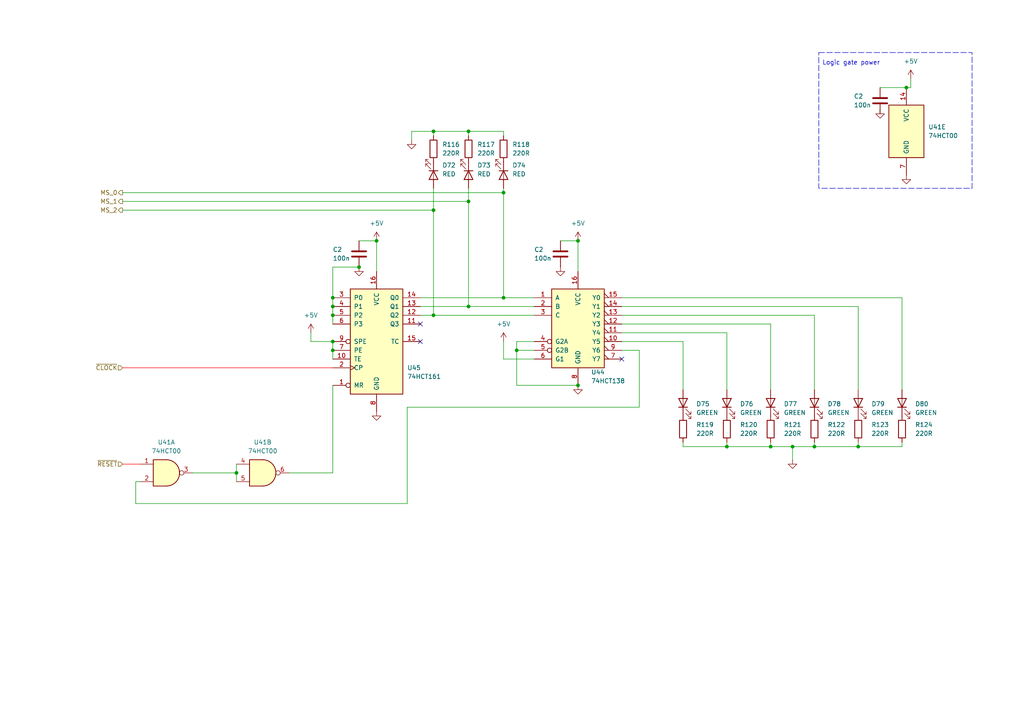
<source format=kicad_sch>
(kicad_sch (version 20230121) (generator eeschema)
  (paper "A4")
  (title_block (title "8-bit CPU") (date "2023-11-28") (rev "1.0") (company "TBR Designs"))
  (lib_symbols
    (symbol "01_my_library:74HCT138" (pin_names (offset 1.016))
      (property "Reference" "U" (at -6.35 12.7 0))
      (property "Value" "74HCT138" (at 8.89 -12.7 0))
      (symbol "74HCT138_0_1"
        (rectangle (start -7.62 11.43) (end 7.62 -11.43) (stroke (width 0.254)) (fill (type background)))
      )
      (symbol "74HCT138_1_1"
        (pin input line (at -12.7 8.89 0) (length 5.08) (name "A") (number "1"))
        (pin output output_low (at 12.7 -3.81 180) (length 5.08) (name "Y5") (number "10"))
        (pin output output_low (at 12.7 -1.27 180) (length 5.08) (name "Y4") (number "11"))
        (pin output output_low (at 12.7 1.27 180) (length 5.08) (name "Y3") (number "12"))
        (pin output output_low (at 12.7 3.81 180) (length 5.08) (name "Y2") (number "13"))
        (pin output output_low (at 12.7 6.35 180) (length 5.08) (name "Y1") (number "14"))
        (pin output output_low (at 12.7 8.89 180) (length 5.08) (name "Y0") (number "15"))
        (pin power_in line (at 0 16.51 270) (length 5.08) (name "VCC") (number "16"))
        (pin input line (at -12.7 6.35 0) (length 5.08) (name "B") (number "2"))
        (pin input line (at -12.7 3.81 0) (length 5.08) (name "C") (number "3"))
        (pin input inverted (at -12.7 -3.81 0) (length 5.08) (name "G2A") (number "4"))
        (pin input inverted (at -12.7 -6.35 0) (length 5.08) (name "G2B") (number "5"))
        (pin input line (at -12.7 -8.89 0) (length 5.08) (name "G1") (number "6"))
        (pin output output_low (at 12.7 -8.89 180) (length 5.08) (name "Y7") (number "7"))
        (pin power_in line (at 0 -16.51 90) (length 5.08) (name "GND") (number "8"))
        (pin output output_low (at 12.7 -6.35 180) (length 5.08) (name "Y6") (number "9"))
      )
    )
    (symbol "01_my_library:74HCT161" (pin_names (offset 1.016))
      (property "Reference" "U" (at -7.62 16.51 0))
      (property "Value" "74HCT161" (at -6.35 -16.51 0))
      (symbol "74HCT161_1_0"
        (pin input inverted (at -12.7 -12.7 0) (length 5.08) (name "MR") (number "1"))
        (pin input line (at -12.7 -5.08 0) (length 5.08) (name "TE") (number "10"))
        (pin output line (at 12.7 5.08 180) (length 5.08) (name "Q3") (number "11"))
        (pin output line (at 12.7 7.62 180) (length 5.08) (name "Q2") (number "12"))
        (pin output line (at 12.7 10.16 180) (length 5.08) (name "Q1") (number "13"))
        (pin output line (at 12.7 12.7 180) (length 5.08) (name "Q0") (number "14"))
        (pin output line (at 12.7 0 180) (length 5.08) (name "TC") (number "15"))
        (pin power_in line (at 0 20.32 270) (length 5.08) (name "VCC") (number "16"))
        (pin input clock (at -12.7 -7.62 0) (length 5.08) (name "CP") (number "2"))
        (pin input line (at -12.7 12.7 0) (length 5.08) (name "P0") (number "3"))
        (pin input line (at -12.7 10.16 0) (length 5.08) (name "P1") (number "4"))
        (pin input line (at -12.7 7.62 0) (length 5.08) (name "P2") (number "5"))
        (pin input line (at -12.7 5.08 0) (length 5.08) (name "P3") (number "6"))
        (pin input line (at -12.7 -2.54 0) (length 5.08) (name "PE") (number "7"))
        (pin power_in line (at 0 -20.32 90) (length 5.08) (name "GND") (number "8"))
        (pin input inverted (at -12.7 0 0) (length 5.08) (name "SPE") (number "9"))
      )
      (symbol "74HCT161_1_1"
        (rectangle (start -7.62 15.24) (end 7.62 -15.24) (stroke (width 0.254)) (fill (type background)))
      )
    )
    (symbol "74xx:74HCT00" (pin_names (offset 1.016))
      (property "Reference" "U" (at 0 1.27 0))
      (property "Value" "74HCT00" (at 0 -1.27 0))
      (symbol "74HCT00_1_1"
        (arc (start 0 -3.81) (mid 3.7934 0) (end 0 3.81) (stroke (width 0.254)) (fill (type background)))
        (polyline (pts (xy 0 3.81) (xy -3.81 3.81) (xy -3.81 -3.81) (xy 0 -3.81)) (stroke (width 0.254)) (fill (type background)))
        (pin input line (at -7.62 2.54 0) (length 3.81) (name "~") (number "1"))
        (pin input line (at -7.62 -2.54 0) (length 3.81) (name "~") (number "2"))
        (pin output inverted (at 7.62 0 180) (length 3.81) (name "~") (number "3"))
      )
      (symbol "74HCT00_1_2"
        (arc (start -3.81 -3.81) (mid -2.589 0) (end -3.81 3.81) (stroke (width 0.254)))
        (arc (start -0.6096 -3.81) (mid 2.1842 -2.5851) (end 3.81 0) (stroke (width 0.254)) (fill (type background)))
        (polyline (pts (xy -3.81 -3.81) (xy -0.635 -3.81)) (stroke (width 0.254)) (fill (type background)))
        (polyline (pts (xy -3.81 3.81) (xy -0.635 3.81)) (stroke (width 0.254)) (fill (type background)))
        (polyline (pts (xy -0.635 3.81) (xy -3.81 3.81) (xy -3.81 3.81) (xy -3.556 3.4036) (xy -3.0226 2.2606) (xy -2.6924 1.0414) (xy -2.6162 -0.254) (xy -2.7686 -1.4986) (xy -3.175 -2.7178) (xy -3.81 -3.81) (xy -3.81 -3.81) (xy -0.635 -3.81)) (stroke (width -25.4)) (fill (type background)))
        (arc (start 3.81 0) (mid 2.1915 2.5936) (end -0.6096 3.81) (stroke (width 0.254)) (fill (type background)))
        (pin input inverted (at -7.62 2.54 0) (length 4.318) (name "~") (number "1"))
        (pin input inverted (at -7.62 -2.54 0) (length 4.318) (name "~") (number "2"))
        (pin output line (at 7.62 0 180) (length 3.81) (name "~") (number "3"))
      )
      (symbol "74HCT00_2_1"
        (arc (start 0 -3.81) (mid 3.7934 0) (end 0 3.81) (stroke (width 0.254)) (fill (type background)))
        (polyline (pts (xy 0 3.81) (xy -3.81 3.81) (xy -3.81 -3.81) (xy 0 -3.81)) (stroke (width 0.254)) (fill (type background)))
        (pin input line (at -7.62 2.54 0) (length 3.81) (name "~") (number "4"))
        (pin input line (at -7.62 -2.54 0) (length 3.81) (name "~") (number "5"))
        (pin output inverted (at 7.62 0 180) (length 3.81) (name "~") (number "6"))
      )
      (symbol "74HCT00_2_2"
        (arc (start -3.81 -3.81) (mid -2.589 0) (end -3.81 3.81) (stroke (width 0.254)))
        (arc (start -0.6096 -3.81) (mid 2.1842 -2.5851) (end 3.81 0) (stroke (width 0.254)) (fill (type background)))
        (polyline (pts (xy -3.81 -3.81) (xy -0.635 -3.81)) (stroke (width 0.254)) (fill (type background)))
        (polyline (pts (xy -3.81 3.81) (xy -0.635 3.81)) (stroke (width 0.254)) (fill (type background)))
        (polyline (pts (xy -0.635 3.81) (xy -3.81 3.81) (xy -3.81 3.81) (xy -3.556 3.4036) (xy -3.0226 2.2606) (xy -2.6924 1.0414) (xy -2.6162 -0.254) (xy -2.7686 -1.4986) (xy -3.175 -2.7178) (xy -3.81 -3.81) (xy -3.81 -3.81) (xy -0.635 -3.81)) (stroke (width -25.4)) (fill (type background)))
        (arc (start 3.81 0) (mid 2.1915 2.5936) (end -0.6096 3.81) (stroke (width 0.254)) (fill (type background)))
        (pin input inverted (at -7.62 2.54 0) (length 4.318) (name "~") (number "4"))
        (pin input inverted (at -7.62 -2.54 0) (length 4.318) (name "~") (number "5"))
        (pin output line (at 7.62 0 180) (length 3.81) (name "~") (number "6"))
      )
      (symbol "74HCT00_3_1"
        (arc (start 0 -3.81) (mid 3.7934 0) (end 0 3.81) (stroke (width 0.254)) (fill (type background)))
        (polyline (pts (xy 0 3.81) (xy -3.81 3.81) (xy -3.81 -3.81) (xy 0 -3.81)) (stroke (width 0.254)) (fill (type background)))
        (pin input line (at -7.62 -2.54 0) (length 3.81) (name "~") (number "10"))
        (pin output inverted (at 7.62 0 180) (length 3.81) (name "~") (number "8"))
        (pin input line (at -7.62 2.54 0) (length 3.81) (name "~") (number "9"))
      )
      (symbol "74HCT00_3_2"
        (arc (start -3.81 -3.81) (mid -2.589 0) (end -3.81 3.81) (stroke (width 0.254)))
        (arc (start -0.6096 -3.81) (mid 2.1842 -2.5851) (end 3.81 0) (stroke (width 0.254)) (fill (type background)))
        (polyline (pts (xy -3.81 -3.81) (xy -0.635 -3.81)) (stroke (width 0.254)) (fill (type background)))
        (polyline (pts (xy -3.81 3.81) (xy -0.635 3.81)) (stroke (width 0.254)) (fill (type background)))
        (polyline (pts (xy -0.635 3.81) (xy -3.81 3.81) (xy -3.81 3.81) (xy -3.556 3.4036) (xy -3.0226 2.2606) (xy -2.6924 1.0414) (xy -2.6162 -0.254) (xy -2.7686 -1.4986) (xy -3.175 -2.7178) (xy -3.81 -3.81) (xy -3.81 -3.81) (xy -0.635 -3.81)) (stroke (width -25.4)) (fill (type background)))
        (arc (start 3.81 0) (mid 2.1915 2.5936) (end -0.6096 3.81) (stroke (width 0.254)) (fill (type background)))
        (pin input inverted (at -7.62 -2.54 0) (length 4.318) (name "~") (number "10"))
        (pin output line (at 7.62 0 180) (length 3.81) (name "~") (number "8"))
        (pin input inverted (at -7.62 2.54 0) (length 4.318) (name "~") (number "9"))
      )
      (symbol "74HCT00_4_1"
        (arc (start 0 -3.81) (mid 3.7934 0) (end 0 3.81) (stroke (width 0.254)) (fill (type background)))
        (polyline (pts (xy 0 3.81) (xy -3.81 3.81) (xy -3.81 -3.81) (xy 0 -3.81)) (stroke (width 0.254)) (fill (type background)))
        (pin output inverted (at 7.62 0 180) (length 3.81) (name "~") (number "11"))
        (pin input line (at -7.62 2.54 0) (length 3.81) (name "~") (number "12"))
        (pin input line (at -7.62 -2.54 0) (length 3.81) (name "~") (number "13"))
      )
      (symbol "74HCT00_4_2"
        (arc (start -3.81 -3.81) (mid -2.589 0) (end -3.81 3.81) (stroke (width 0.254)))
        (arc (start -0.6096 -3.81) (mid 2.1842 -2.5851) (end 3.81 0) (stroke (width 0.254)) (fill (type background)))
        (polyline (pts (xy -3.81 -3.81) (xy -0.635 -3.81)) (stroke (width 0.254)) (fill (type background)))
        (polyline (pts (xy -3.81 3.81) (xy -0.635 3.81)) (stroke (width 0.254)) (fill (type background)))
        (polyline (pts (xy -0.635 3.81) (xy -3.81 3.81) (xy -3.81 3.81) (xy -3.556 3.4036) (xy -3.0226 2.2606) (xy -2.6924 1.0414) (xy -2.6162 -0.254) (xy -2.7686 -1.4986) (xy -3.175 -2.7178) (xy -3.81 -3.81) (xy -3.81 -3.81) (xy -0.635 -3.81)) (stroke (width -25.4)) (fill (type background)))
        (arc (start 3.81 0) (mid 2.1915 2.5936) (end -0.6096 3.81) (stroke (width 0.254)) (fill (type background)))
        (pin output line (at 7.62 0 180) (length 3.81) (name "~") (number "11"))
        (pin input inverted (at -7.62 2.54 0) (length 4.318) (name "~") (number "12"))
        (pin input inverted (at -7.62 -2.54 0) (length 4.318) (name "~") (number "13"))
      )
      (symbol "74HCT00_5_0"
        (pin power_in line (at 0 12.7 270) (length 5.08) (name "VCC") (number "14"))
        (pin power_in line (at 0 -12.7 90) (length 5.08) (name "GND") (number "7"))
      )
      (symbol "74HCT00_5_1"
        (rectangle (start -5.08 7.62) (end 5.08 -7.62) (stroke (width 0.254)) (fill (type background)))
      )
    )
    (symbol "Device:C" (pin_numbers hide) (pin_names (offset 0.254))
      (property "Reference" "C" (at 0.635 2.54 0))
      (property "Value" "C" (at 0.635 -2.54 0))
      (symbol "C_0_1"
        (polyline (pts (xy -2.032 -0.762) (xy 2.032 -0.762)) (stroke (width 0.508)))
        (polyline (pts (xy -2.032 0.762) (xy 2.032 0.762)) (stroke (width 0.508)))
      )
      (symbol "C_1_1"
        (pin passive line (at 0 3.81 270) (length 2.794) (name "~") (number "1"))
        (pin passive line (at 0 -3.81 90) (length 2.794) (name "~") (number "2"))
      )
    )
    (symbol "Device:LED" (pin_numbers hide) (pin_names (offset 1.016) hide)
      (property "Reference" "D" (at 0 2.54 0))
      (property "Value" "LED" (at 0 -2.54 0))
      (symbol "LED_0_1"
        (polyline (pts (xy -1.27 -1.27) (xy -1.27 1.27)) (stroke (width 0.254)))
        (polyline (pts (xy -1.27 0) (xy 1.27 0)))
        (polyline (pts (xy 1.27 -1.27) (xy 1.27 1.27) (xy -1.27 0) (xy 1.27 -1.27)) (stroke (width 0.254)))
        (polyline (pts (xy -3.048 -0.762) (xy -4.572 -2.286) (xy -3.81 -2.286) (xy -4.572 -2.286) (xy -4.572 -1.524)))
        (polyline (pts (xy -1.778 -0.762) (xy -3.302 -2.286) (xy -2.54 -2.286) (xy -3.302 -2.286) (xy -3.302 -1.524)))
      )
      (symbol "LED_1_1"
        (pin passive line (at -3.81 0 0) (length 2.54) (name "K") (number "1"))
        (pin passive line (at 3.81 0 180) (length 2.54) (name "A") (number "2"))
      )
    )
    (symbol "Device:R" (pin_numbers hide) (pin_names (offset 0))
      (property "Reference" "R" (at 2.032 0 90))
      (property "Value" "R" (at 0 0 90))
      (symbol "R_0_1"
        (rectangle (start -1.016 -2.54) (end 1.016 2.54) (stroke (width 0.254)))
      )
      (symbol "R_1_1"
        (pin passive line (at 0 3.81 270) (length 1.27) (name "~") (number "1"))
        (pin passive line (at 0 -3.81 90) (length 1.27) (name "~") (number "2"))
      )
    )
    (symbol "power:+5V" (power) (pin_names (offset 0))
      (property "Value" "+5V" (at 0 3.556 0))
      (symbol "+5V_0_1"
        (polyline (pts (xy -0.762 1.27) (xy 0 2.54)))
        (polyline (pts (xy 0 0) (xy 0 2.54)))
        (polyline (pts (xy 0 2.54) (xy 0.762 1.27)))
      )
      (symbol "+5V_1_1"
        (pin power_in line (at 0 0 90) (length 0) hide (name "+5V") (number "1"))
      )
    )
    (symbol "power:GND" (power) (pin_names (offset 0))
      (property "Value" "GND" (at 0 -3.81 0))
      (symbol "GND_0_1"
        (polyline (pts (xy 0 0) (xy 0 -1.27) (xy 1.27 -1.27) (xy 0 -2.54) (xy -1.27 -1.27) (xy 0 -1.27)))
      )
      (symbol "GND_1_1"
        (pin power_in line (at 0 0 270) (length 0) hide (name "GND") (number "1"))
      )
    )
  )
  (junction (at 125.73 38.1))
  (junction (at 248.92 129.54))
  (junction (at 223.52 129.54))
  (junction (at 135.89 88.9))
  (junction (at 229.87 129.54))
  (junction (at 167.64 69.85))
  (junction (at 149.86 101.6))
  (junction (at 96.52 86.36))
  (junction (at 135.89 38.1))
  (junction (at 96.52 91.44))
  (junction (at 96.52 99.06))
  (junction (at 96.52 101.6))
  (junction (at 236.22 129.54))
  (junction (at 68.58 137.16))
  (junction (at 135.89 58.42))
  (junction (at 146.05 55.88))
  (junction (at 96.52 88.9))
  (junction (at 104.14 77.47))
  (junction (at 146.05 86.36))
  (junction (at 125.73 91.44))
  (junction (at 210.82 129.54))
  (junction (at 125.73 60.96))
  (junction (at 262.89 25.4))
  (junction (at 109.22 69.85))
  (junction (at 167.64 111.76))
  (no_connect (at 121.92 99.06))
  (no_connect (at 121.92 93.98))
  (no_connect (at 180.34 104.14))
  (wire (pts (xy 96.52 137.16) (xy 96.52 111.76)))
  (wire (pts (xy 236.22 91.44) (xy 236.22 113.03)))
  (wire (pts (xy 135.89 88.9) (xy 154.94 88.9)))
  (wire (pts (xy 146.05 38.1) (xy 135.89 38.1)))
  (wire (pts (xy 180.34 93.98) (xy 223.52 93.98)))
  (wire (pts (xy 198.12 99.06) (xy 198.12 113.03)))
  (wire (pts (xy 35.56 55.88) (xy 146.05 55.88)))
  (wire (pts (xy 68.58 137.16) (xy 68.58 139.7)))
  (wire (pts (xy 146.05 86.36) (xy 154.94 86.36)))
  (wire (pts (xy 198.12 129.54) (xy 198.12 128.27)))
  (wire (pts (xy 261.62 86.36) (xy 261.62 113.03)))
  (wire (pts (xy 35.56 60.96) (xy 125.73 60.96)))
  (wire (pts (xy 96.52 91.44) (xy 96.52 93.98)))
  (wire (pts (xy 154.94 104.14) (xy 146.05 104.14)))
  (wire (pts (xy 135.89 54.61) (xy 135.89 58.42)))
  (wire (pts (xy 35.56 106.68) (xy 96.52 106.68)) (stroke (width 0) (color 255 0 0 1)))
  (wire (pts (xy 229.87 129.54) (xy 236.22 129.54)))
  (wire (pts (xy 255.27 31.75) (xy 255.27 33.02)))
  (wire (pts (xy 162.56 69.85) (xy 167.64 69.85)))
  (wire (pts (xy 255.27 25.4) (xy 262.89 25.4)))
  (wire (pts (xy 121.92 86.36) (xy 146.05 86.36)))
  (wire (pts (xy 248.92 129.54) (xy 248.92 128.27)))
  (wire (pts (xy 83.82 137.16) (xy 96.52 137.16)))
  (wire (pts (xy 180.34 86.36) (xy 261.62 86.36)))
  (wire (pts (xy 121.92 91.44) (xy 125.73 91.44)))
  (wire (pts (xy 180.34 101.6) (xy 185.42 101.6)))
  (wire (pts (xy 248.92 129.54) (xy 261.62 129.54)))
  (wire (pts (xy 146.05 55.88) (xy 146.05 86.36)))
  (wire (pts (xy 261.62 129.54) (xy 261.62 128.27)))
  (wire (pts (xy 229.87 129.54) (xy 229.87 133.35)))
  (wire (pts (xy 90.17 99.06) (xy 96.52 99.06)))
  (wire (pts (xy 39.37 139.7) (xy 40.64 139.7)))
  (wire (pts (xy 109.22 69.85) (xy 109.22 78.74)))
  (wire (pts (xy 125.73 38.1) (xy 125.73 39.37)))
  (wire (pts (xy 146.05 99.06) (xy 146.05 104.14)))
  (wire (pts (xy 135.89 58.42) (xy 135.89 88.9)))
  (wire (pts (xy 149.86 111.76) (xy 167.64 111.76)))
  (wire (pts (xy 149.86 101.6) (xy 154.94 101.6)))
  (wire (pts (xy 185.42 118.11) (xy 118.11 118.11)))
  (wire (pts (xy 236.22 129.54) (xy 248.92 129.54)))
  (wire (pts (xy 264.16 22.86) (xy 264.16 25.4)))
  (wire (pts (xy 90.17 96.52) (xy 90.17 99.06)))
  (wire (pts (xy 35.56 58.42) (xy 135.89 58.42)))
  (wire (pts (xy 149.86 101.6) (xy 149.86 111.76)))
  (wire (pts (xy 118.11 146.05) (xy 39.37 146.05)))
  (wire (pts (xy 180.34 99.06) (xy 198.12 99.06)))
  (wire (pts (xy 223.52 129.54) (xy 229.87 129.54)))
  (wire (pts (xy 236.22 129.54) (xy 236.22 128.27)))
  (wire (pts (xy 146.05 38.1) (xy 146.05 39.37)))
  (wire (pts (xy 35.56 134.62) (xy 40.64 134.62)) (stroke (width 0) (color 255 0 0 1)))
  (wire (pts (xy 125.73 91.44) (xy 154.94 91.44)))
  (wire (pts (xy 248.92 88.9) (xy 180.34 88.9)))
  (wire (pts (xy 223.52 129.54) (xy 223.52 128.27)))
  (wire (pts (xy 96.52 77.47) (xy 104.14 77.47)))
  (wire (pts (xy 68.58 134.62) (xy 68.58 137.16)))
  (wire (pts (xy 154.94 99.06) (xy 149.86 99.06)))
  (wire (pts (xy 55.88 137.16) (xy 68.58 137.16)))
  (wire (pts (xy 96.52 86.36) (xy 96.52 77.47)))
  (wire (pts (xy 104.14 69.85) (xy 109.22 69.85)))
  (wire (pts (xy 262.89 25.4) (xy 264.16 25.4)))
  (wire (pts (xy 248.92 113.03) (xy 248.92 88.9)))
  (wire (pts (xy 210.82 129.54) (xy 223.52 129.54)))
  (wire (pts (xy 96.52 101.6) (xy 96.52 104.14)))
  (wire (pts (xy 146.05 54.61) (xy 146.05 55.88)))
  (wire (pts (xy 135.89 38.1) (xy 125.73 38.1)))
  (wire (pts (xy 125.73 38.1) (xy 119.38 38.1)))
  (wire (pts (xy 210.82 129.54) (xy 210.82 128.27)))
  (wire (pts (xy 96.52 88.9) (xy 96.52 91.44)))
  (wire (pts (xy 121.92 88.9) (xy 135.89 88.9)))
  (wire (pts (xy 96.52 99.06) (xy 96.52 101.6)))
  (wire (pts (xy 118.11 118.11) (xy 118.11 146.05)))
  (wire (pts (xy 125.73 60.96) (xy 125.73 91.44)))
  (wire (pts (xy 167.64 69.85) (xy 167.64 78.74)))
  (wire (pts (xy 39.37 146.05) (xy 39.37 139.7)))
  (wire (pts (xy 125.73 54.61) (xy 125.73 60.96)))
  (wire (pts (xy 119.38 38.1) (xy 119.38 40.64)))
  (wire (pts (xy 210.82 96.52) (xy 210.82 113.03)))
  (wire (pts (xy 185.42 101.6) (xy 185.42 118.11)))
  (wire (pts (xy 223.52 93.98) (xy 223.52 113.03)))
  (wire (pts (xy 149.86 99.06) (xy 149.86 101.6)))
  (wire (pts (xy 198.12 129.54) (xy 210.82 129.54)))
  (wire (pts (xy 96.52 86.36) (xy 96.52 88.9)))
  (wire (pts (xy 180.34 96.52) (xy 210.82 96.52)))
  (wire (pts (xy 180.34 91.44) (xy 236.22 91.44)))
  (wire (pts (xy 135.89 38.1) (xy 135.89 39.37)))
  (rectangle (start 237.49 15.24) (end 281.94 54.61) (stroke (width 0) (type dash)))
  (text "Logic gate power" (at 255.27 19.05 0) (effects (font (size 1.27 1.27)) (justify right bottom)))
  (hierarchical_label "~{CLOCK}" (shape input) (at 35.56 106.68 180))
  (hierarchical_label "MS_2" (shape output) (at 35.56 60.96 180))
  (hierarchical_label "MS_1" (shape output) (at 35.56 58.42 180))
  (hierarchical_label "MS_0" (shape output) (at 35.56 55.88 180))
  (hierarchical_label "~{RESET}" (shape input) (at 35.56 134.62 180))
  (symbol (lib_id "power:+5V") (at 146.05 99.06 0) (unit 1)
    (property "Reference" "#PWR03" (effects hide))
    (property "Value" "+5V" (at 146.05 93.98 0))
    (instances (project "8-bit-cpu" (path "" (reference "#PWR03") (unit 1)) (path "" (reference "#PWR0111") (unit 1)) (path "" (reference "#PWR0187") (unit 1))))
  )
  (symbol (lib_id "Device:LED") (at 223.52 116.84 90) (unit 1)
    (property "Reference" "D77" (at 227.33 117.1575 90) (effects (justify right)))
    (property "Value" "GREEN" (at 227.33 119.6975 90) (effects (justify right)))
    (property "Footprint" "LED_THT:LED_D5.0mm" (effects hide))
  )
  (symbol (lib_id "power:+5V") (at 109.22 69.85 0) (unit 1)
    (property "Reference" "#PWR03" (effects hide))
    (property "Value" "+5V" (at 109.22 64.77 0))
    (instances (project "8-bit-cpu" (path "" (reference "#PWR03") (unit 1)) (path "" (reference "#PWR0111") (unit 1)) (path "" (reference "#PWR0182") (unit 1))))
  )
  (symbol (lib_id "Device:LED") (at 236.22 116.84 90) (unit 1)
    (property "Reference" "D78" (at 240.03 117.1575 90) (effects (justify right)))
    (property "Value" "GREEN" (at 240.03 119.6975 90) (effects (justify right)))
    (property "Footprint" "LED_THT:LED_D5.0mm" (effects hide))
  )
  (symbol (lib_id "Device:C") (at 255.27 29.21 0) (unit 1)
    (property "Reference" "C2" (at 247.65 27.94 0) (effects (justify left)))
    (property "Value" "100n" (at 247.65 30.48 0) (effects (justify left)))
    (property "Footprint" "01_my_library:C_Disc_D4.0mm_W2.6mm_P2.50mm" (effects hide))
    (instances (project "8-bit-cpu" (path "" (reference "C2") (unit 1)) (path "" (reference "C32") (unit 1)) (path "" (reference "C52") (unit 1))))
  )
  (symbol (lib_id "Device:R") (at 223.52 124.46 0) (unit 1)
    (property "Reference" "R121" (at 227.33 123.19 0) (effects (justify left)))
    (property "Value" "220R" (at 227.33 125.73 0) (effects (justify left)))
    (property "Footprint" "Resistor_THT:R_Axial_DIN0204_L3.6mm_D1.6mm_P7.62mm_Horizontal" (effects hide))
  )
  (symbol (lib_id "01_my_library:74HCT161") (at 109.22 99.06 0) (unit 1)
    (property "Reference" "U45" (at 118.11 106.68 0) (effects (justify left)))
    (property "Value" "74HCT161" (at 118.11 109.22 0) (effects (justify left)))
    (property "Footprint" "Package_DIP:DIP-16_W7.62mm" (effects hide))
    (property "Datasheet" "https://www.ti.com/lit/ds/symlink/cd54hct163.pdf?HQS=dis-mous-null-mousermode-dsf-pf-null-wwe&ts=1702794645288&ref_url=https%253A%252F%252Fwww.mouser.be%252F" (effects hide))
  )
  (symbol (lib_id "Device:LED") (at 248.92 116.84 90) (unit 1)
    (property "Reference" "D79" (at 252.73 117.1575 90) (effects (justify right)))
    (property "Value" "GREEN" (at 252.73 119.6975 90) (effects (justify right)))
    (property "Footprint" "LED_THT:LED_D5.0mm" (effects hide))
  )
  (symbol (lib_id "power:GND") (at 119.38 40.64 0) (unit 1)
    (property "Reference" "#PWR09" (effects hide))
    (property "Value" "GND" (effects hide))
    (instances (project "8-bit-cpu" (path "" (reference "#PWR09") (unit 1)) (path "" (reference "#PWR0112") (unit 1)) (path "" (reference "#PWR0180") (unit 1))))
  )
  (symbol (lib_id "Device:R") (at 248.92 124.46 0) (unit 1)
    (property "Reference" "R123" (at 252.73 123.19 0) (effects (justify left)))
    (property "Value" "220R" (at 252.73 125.73 0) (effects (justify left)))
    (property "Footprint" "Resistor_THT:R_Axial_DIN0204_L3.6mm_D1.6mm_P7.62mm_Horizontal" (effects hide))
  )
  (symbol (lib_id "74xx:74HCT00") (at 76.2 137.16 0) (unit 2)
    (property "Reference" "U41" (at 76.1917 128.27 0))
    (property "Value" "74HCT00" (at 76.1917 130.81 0))
    (property "Footprint" "Package_DIP:DIP-14_W7.62mm" (effects hide))
    (property "Datasheet" "http://www.ti.com/lit/gpn/sn74hct00" (effects hide))
  )
  (symbol (lib_id "Device:LED") (at 135.89 50.8 270) (unit 1)
    (property "Reference" "D73" (at 138.43 47.9425 90) (effects (justify left)))
    (property "Value" "RED" (at 138.43 50.4825 90) (effects (justify left)))
    (property "Footprint" "LED_THT:LED_D5.0mm" (effects hide))
  )
  (symbol (lib_id "power:+5V") (at 264.16 22.86 0) (unit 1)
    (property "Reference" "#PWR03" (effects hide))
    (property "Value" "+5V" (at 264.16 17.78 0))
    (instances (project "8-bit-cpu" (path "" (reference "#PWR03") (unit 1)) (path "" (reference "#PWR0111") (unit 1)) (path "" (reference "#PWR0178") (unit 1))))
  )
  (symbol (lib_id "power:GND") (at 167.64 111.76 0) (unit 1)
    (property "Reference" "#PWR09" (effects hide))
    (property "Value" "GND" (effects hide))
    (instances (project "8-bit-cpu" (path "" (reference "#PWR09") (unit 1)) (path "" (reference "#PWR0112") (unit 1)) (path "" (reference "#PWR0188") (unit 1))))
  )
  (symbol (lib_id "Device:LED") (at 210.82 116.84 90) (unit 1)
    (property "Reference" "D76" (at 214.63 117.1575 90) (effects (justify right)))
    (property "Value" "GREEN" (at 214.63 119.6975 90) (effects (justify right)))
    (property "Footprint" "LED_THT:LED_D5.0mm" (effects hide))
  )
  (symbol (lib_id "Device:LED") (at 146.05 50.8 270) (unit 1)
    (property "Reference" "D74" (at 148.59 47.9425 90) (effects (justify left)))
    (property "Value" "RED" (at 148.59 50.4825 90) (effects (justify left)))
    (property "Footprint" "LED_THT:LED_D5.0mm" (effects hide))
  )
  (symbol (lib_id "Device:R") (at 198.12 124.46 0) (unit 1)
    (property "Reference" "R119" (at 201.93 123.19 0) (effects (justify left)))
    (property "Value" "220R" (at 201.93 125.73 0) (effects (justify left)))
    (property "Footprint" "Resistor_THT:R_Axial_DIN0204_L3.6mm_D1.6mm_P7.62mm_Horizontal" (effects hide))
  )
  (symbol (lib_id "Device:R") (at 261.62 124.46 0) (unit 1)
    (property "Reference" "R124" (at 265.43 123.19 0) (effects (justify left)))
    (property "Value" "220R" (at 265.43 125.73 0) (effects (justify left)))
    (property "Footprint" "Resistor_THT:R_Axial_DIN0204_L3.6mm_D1.6mm_P7.62mm_Horizontal" (effects hide))
  )
  (symbol (lib_id "power:GND") (at 262.89 50.8 0) (unit 1)
    (property "Reference" "#PWR09" (effects hide))
    (property "Value" "GND" (effects hide))
    (instances (project "8-bit-cpu" (path "" (reference "#PWR09") (unit 1)) (path "" (reference "#PWR0112") (unit 1)) (path "" (reference "#PWR0181") (unit 1))))
  )
  (symbol (lib_id "Device:LED") (at 198.12 116.84 90) (unit 1)
    (property "Reference" "D75" (at 201.93 117.1575 90) (effects (justify right)))
    (property "Value" "GREEN" (at 201.93 119.6975 90) (effects (justify right)))
    (property "Footprint" "LED_THT:LED_D5.0mm" (effects hide))
  )
  (symbol (lib_id "power:GND") (at 162.56 77.47 0) (unit 1)
    (property "Reference" "#PWR09" (effects hide))
    (property "Value" "GND" (effects hide))
    (instances (project "8-bit-cpu" (path "" (reference "#PWR09") (unit 1)) (path "" (reference "#PWR0112") (unit 1)) (path "" (reference "#PWR0185") (unit 1))))
  )
  (symbol (lib_id "Device:R") (at 210.82 124.46 0) (unit 1)
    (property "Reference" "R120" (at 214.63 123.19 0) (effects (justify left)))
    (property "Value" "220R" (at 214.63 125.73 0) (effects (justify left)))
    (property "Footprint" "Resistor_THT:R_Axial_DIN0204_L3.6mm_D1.6mm_P7.62mm_Horizontal" (effects hide))
  )
  (symbol (lib_id "74xx:74HCT00") (at 48.26 137.16 0) (unit 1)
    (property "Reference" "U41" (at 48.2517 128.27 0))
    (property "Value" "74HCT00" (at 48.2517 130.81 0))
    (property "Footprint" "Package_DIP:DIP-14_W7.62mm" (effects hide))
    (property "Datasheet" "http://www.ti.com/lit/gpn/sn74hct00" (effects hide))
  )
  (symbol (lib_id "power:GND") (at 229.87 133.35 0) (unit 1)
    (property "Reference" "#PWR09" (effects hide))
    (property "Value" "GND" (effects hide))
    (instances (project "8-bit-cpu" (path "" (reference "#PWR09") (unit 1)) (path "" (reference "#PWR0112") (unit 1)) (path "" (reference "#PWR0190") (unit 1))))
  )
  (symbol (lib_id "Device:C") (at 162.56 73.66 0) (unit 1)
    (property "Reference" "C2" (at 154.94 72.39 0) (effects (justify left)))
    (property "Value" "100n" (at 154.94 74.93 0) (effects (justify left)))
    (property "Footprint" "01_my_library:C_Disc_D4.0mm_W2.6mm_P2.50mm" (effects hide))
    (instances (project "8-bit-cpu" (path "" (reference "C2") (unit 1)) (path "" (reference "C32") (unit 1)) (path "" (reference "C54") (unit 1))))
  )
  (symbol (lib_id "Device:R") (at 146.05 43.18 0) (unit 1)
    (property "Reference" "R118" (at 148.59 41.91 0) (effects (justify left)))
    (property "Value" "220R" (at 148.59 44.45 0) (effects (justify left)))
    (property "Footprint" "Resistor_THT:R_Axial_DIN0204_L3.6mm_D1.6mm_P7.62mm_Horizontal" (effects hide))
  )
  (symbol (lib_id "Device:R") (at 135.89 43.18 0) (unit 1)
    (property "Reference" "R117" (at 138.43 41.91 0) (effects (justify left)))
    (property "Value" "220R" (at 138.43 44.45 0) (effects (justify left)))
    (property "Footprint" "Resistor_THT:R_Axial_DIN0204_L3.6mm_D1.6mm_P7.62mm_Horizontal" (effects hide))
  )
  (symbol (lib_id "Device:LED") (at 261.62 116.84 90) (unit 1)
    (property "Reference" "D80" (at 265.43 117.1575 90) (effects (justify right)))
    (property "Value" "GREEN" (at 265.43 119.6975 90) (effects (justify right)))
    (property "Footprint" "LED_THT:LED_D5.0mm" (effects hide))
  )
  (symbol (lib_id "01_my_library:74HCT138") (at 167.64 95.25 0) (unit 1)
    (property "Reference" "U44" (at 171.45 107.95 0) (effects (justify left)))
    (property "Value" "74HCT138" (at 171.45 110.49 0) (effects (justify left)))
    (property "Footprint" "Package_DIP:DIP-16_W7.62mm" (effects hide))
    (property "Datasheet" "https://www.ti.com/lit/ds/symlink/sn54hct138.pdf?ts=1702793331407&ref_url=https%253A%252F%252Fwww.google.com%252F" (effects hide))
  )
  (symbol (lib_id "power:GND") (at 109.22 119.38 0) (unit 1)
    (property "Reference" "#PWR09" (effects hide))
    (property "Value" "GND" (effects hide))
    (instances (project "8-bit-cpu" (path "" (reference "#PWR09") (unit 1)) (path "" (reference "#PWR0112") (unit 1)) (path "" (reference "#PWR0189") (unit 1))))
  )
  (symbol (lib_id "power:+5V") (at 90.17 96.52 0) (unit 1)
    (property "Reference" "#PWR03" (effects hide))
    (property "Value" "+5V" (at 90.17 91.44 0))
    (instances (project "8-bit-cpu" (path "" (reference "#PWR03") (unit 1)) (path "" (reference "#PWR0111") (unit 1)) (path "" (reference "#PWR0186") (unit 1))))
  )
  (symbol (lib_id "Device:LED") (at 125.73 50.8 270) (unit 1)
    (property "Reference" "D72" (at 128.27 47.9425 90) (effects (justify left)))
    (property "Value" "RED" (at 128.27 50.4825 90) (effects (justify left)))
    (property "Footprint" "LED_THT:LED_D5.0mm" (effects hide))
  )
  (symbol (lib_id "power:GND") (at 255.27 31.75 0) (unit 1)
    (property "Reference" "#PWR09" (effects hide))
    (property "Value" "GND" (effects hide))
    (instances (project "8-bit-cpu" (path "" (reference "#PWR09") (unit 1)) (path "" (reference "#PWR0112") (unit 1)) (path "" (reference "#PWR0179") (unit 1))))
  )
  (symbol (lib_id "Device:R") (at 125.73 43.18 0) (unit 1)
    (property "Reference" "R116" (at 128.27 41.91 0) (effects (justify left)))
    (property "Value" "220R" (at 128.27 44.45 0) (effects (justify left)))
    (property "Footprint" "Resistor_THT:R_Axial_DIN0204_L3.6mm_D1.6mm_P7.62mm_Horizontal" (effects hide))
  )
  (symbol (lib_id "Device:R") (at 236.22 124.46 0) (unit 1)
    (property "Reference" "R122" (at 240.03 123.19 0) (effects (justify left)))
    (property "Value" "220R" (at 240.03 125.73 0) (effects (justify left)))
    (property "Footprint" "Resistor_THT:R_Axial_DIN0204_L3.6mm_D1.6mm_P7.62mm_Horizontal" (effects hide))
  )
  (symbol (lib_id "Device:C") (at 104.14 73.66 0) (unit 1)
    (property "Reference" "C2" (at 96.52 72.39 0) (effects (justify left)))
    (property "Value" "100n" (at 96.52 74.93 0) (effects (justify left)))
    (property "Footprint" "01_my_library:C_Disc_D4.0mm_W2.6mm_P2.50mm" (effects hide))
    (instances (project "8-bit-cpu" (path "" (reference "C2") (unit 1)) (path "" (reference "C32") (unit 1)) (path "" (reference "C53") (unit 1))))
  )
  (symbol (lib_id "power:+5V") (at 167.64 69.85 0) (unit 1)
    (property "Reference" "#PWR03" (effects hide))
    (property "Value" "+5V" (at 167.64 64.77 0))
    (instances (project "8-bit-cpu" (path "" (reference "#PWR03") (unit 1)) (path "" (reference "#PWR0111") (unit 1)) (path "" (reference "#PWR0183") (unit 1))))
  )
  (symbol (lib_id "74xx:74HCT00") (at 262.89 38.1 0) (unit 5)
    (property "Reference" "U41" (at 269.24 36.83 0) (effects (justify left)))
    (property "Value" "74HCT00" (at 269.24 39.37 0) (effects (justify left)))
    (property "Footprint" "Package_DIP:DIP-14_W7.62mm" (effects hide))
    (property "Datasheet" "http://www.ti.com/lit/gpn/sn74hct00" (effects hide))
  )
  (symbol (lib_id "power:GND") (at 104.14 77.47 0) (unit 1)
    (property "Reference" "#PWR09" (effects hide))
    (property "Value" "GND" (effects hide))
    (instances (project "8-bit-cpu" (path "" (reference "#PWR09") (unit 1)) (path "" (reference "#PWR0112") (unit 1)) (path "" (reference "#PWR0184") (unit 1))))
  )
)
</source>
